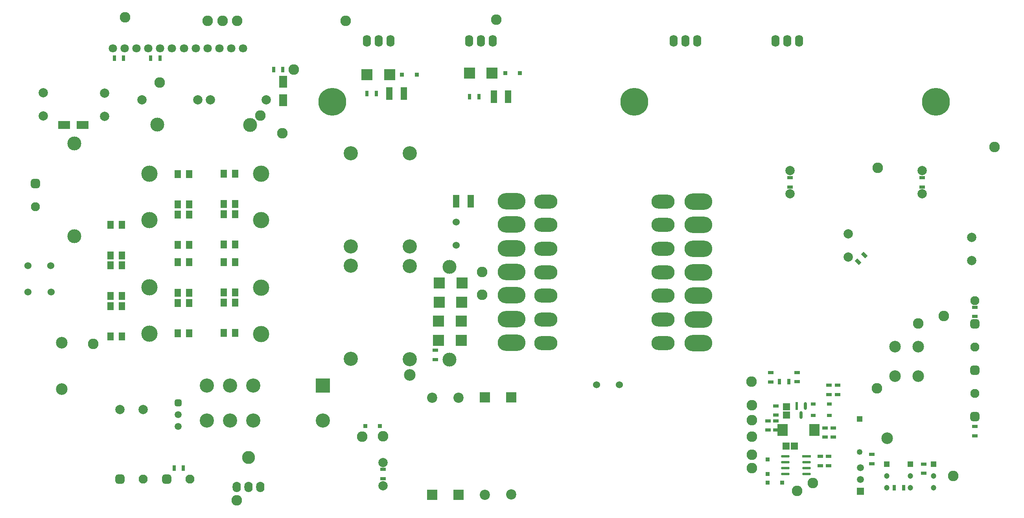
<source format=gbr>
%TF.GenerationSoftware,Altium Limited,Altium Designer,24.3.1 (35)*%
G04 Layer_Color=255*
%FSLAX43Y43*%
%MOMM*%
%TF.SameCoordinates,76E1361F-AA3B-45A8-A24B-41510BF92E79*%
%TF.FilePolarity,Positive*%
%TF.FileFunction,Pads,Bot*%
%TF.Part,Single*%
G01*
G75*
%TA.AperFunction,ComponentPad*%
%ADD28C,3.048*%
%ADD29C,2.000*%
%ADD30C,2.500*%
%ADD31R,3.048X3.048*%
%ADD32C,1.524*%
%ADD33C,3.000*%
%ADD34C,2.286*%
%ADD35C,3.500*%
%ADD36O,1.750X2.540*%
%ADD37C,2.200*%
%ADD38R,2.200X2.200*%
%ADD39O,5.000X3.000*%
%ADD40C,6.000*%
%ADD41C,1.950*%
G04:AMPARAMS|DCode=42|XSize=1.95mm|YSize=1.95mm|CornerRadius=0.488mm|HoleSize=0mm|Usage=FLASHONLY|Rotation=0.000|XOffset=0mm|YOffset=0mm|HoleType=Round|Shape=RoundedRectangle|*
%AMROUNDEDRECTD42*
21,1,1.950,0.975,0,0,0.0*
21,1,0.975,1.950,0,0,0.0*
1,1,0.975,0.488,-0.488*
1,1,0.975,-0.488,-0.488*
1,1,0.975,-0.488,0.488*
1,1,0.975,0.488,0.488*
%
%ADD42ROUNDEDRECTD42*%
%ADD43O,6.000X3.500*%
G04:AMPARAMS|DCode=44|XSize=1.95mm|YSize=1.95mm|CornerRadius=0.488mm|HoleSize=0mm|Usage=FLASHONLY|Rotation=90.000|XOffset=0mm|YOffset=0mm|HoleType=Round|Shape=RoundedRectangle|*
%AMROUNDEDRECTD44*
21,1,1.950,0.975,0,0,90.0*
21,1,0.975,1.950,0,0,90.0*
1,1,0.975,0.488,0.488*
1,1,0.975,0.488,-0.488*
1,1,0.975,-0.488,-0.488*
1,1,0.975,-0.488,0.488*
%
%ADD44ROUNDEDRECTD44*%
%ADD45O,1.778X2.286*%
%ADD46C,2.794*%
%ADD47C,1.800*%
%ADD48C,1.500*%
G04:AMPARAMS|DCode=49|XSize=1.5mm|YSize=1.5mm|CornerRadius=0.375mm|HoleSize=0mm|Usage=FLASHONLY|Rotation=90.000|XOffset=0mm|YOffset=0mm|HoleType=Round|Shape=RoundedRectangle|*
%AMROUNDEDRECTD49*
21,1,1.500,0.750,0,0,90.0*
21,1,0.750,1.500,0,0,90.0*
1,1,0.750,0.375,0.375*
1,1,0.750,0.375,-0.375*
1,1,0.750,-0.375,-0.375*
1,1,0.750,-0.375,0.375*
%
%ADD49ROUNDEDRECTD49*%
%ADD50R,1.500X1.500*%
%ADD51R,1.200X1.200*%
%ADD52C,1.200*%
%ADD53C,1.250*%
%ADD54R,1.250X1.250*%
%TA.AperFunction,SMDPad,CuDef*%
%ADD56R,1.450X1.800*%
%ADD57R,1.250X0.800*%
%ADD58R,0.800X1.250*%
%ADD59R,2.200X2.500*%
G04:AMPARAMS|DCode=60|XSize=0.8mm|YSize=1.25mm|CornerRadius=0mm|HoleSize=0mm|Usage=FLASHONLY|Rotation=225.000|XOffset=0mm|YOffset=0mm|HoleType=Round|Shape=Rectangle|*
%AMROTATEDRECTD60*
4,1,4,-0.159,0.725,0.725,-0.159,0.159,-0.725,-0.725,0.159,-0.159,0.725,0.0*
%
%ADD60ROTATEDRECTD60*%

%ADD61R,1.405X2.806*%
%ADD62R,2.400X2.400*%
%ADD63R,0.900X0.950*%
%ADD64R,2.500X1.700*%
%ADD65R,1.700X2.500*%
%ADD66R,0.950X0.900*%
%ADD67R,0.627X1.659*%
G04:AMPARAMS|DCode=68|XSize=1.659mm|YSize=0.627mm|CornerRadius=0.313mm|HoleSize=0mm|Usage=FLASHONLY|Rotation=270.000|XOffset=0mm|YOffset=0mm|HoleType=Round|Shape=RoundedRectangle|*
%AMROUNDEDRECTD68*
21,1,1.659,0.000,0,0,270.0*
21,1,1.032,0.627,0,0,270.0*
1,1,0.627,0.000,-0.516*
1,1,0.627,0.000,0.516*
1,1,0.627,0.000,0.516*
1,1,0.627,0.000,-0.516*
%
%ADD68ROUNDEDRECTD68*%
%ADD69R,1.556X1.505*%
G04:AMPARAMS|DCode=70|XSize=1.874mm|YSize=0.543mm|CornerRadius=0.272mm|HoleSize=0mm|Usage=FLASHONLY|Rotation=180.000|XOffset=0mm|YOffset=0mm|HoleType=Round|Shape=RoundedRectangle|*
%AMROUNDEDRECTD70*
21,1,1.874,0.000,0,0,180.0*
21,1,1.331,0.543,0,0,180.0*
1,1,0.543,-0.665,0.000*
1,1,0.543,0.665,0.000*
1,1,0.543,0.665,0.000*
1,1,0.543,-0.665,0.000*
%
%ADD70ROUNDEDRECTD70*%
%ADD71R,1.874X0.543*%
%ADD72R,1.000X0.700*%
%ADD73R,1.505X1.556*%
D28*
X74000Y56617D02*
D03*
Y76683D02*
D03*
X67975Y19150D02*
D03*
X52975Y26650D02*
D03*
X47975D02*
D03*
X42975D02*
D03*
Y19150D02*
D03*
X47975D02*
D03*
X52975D02*
D03*
X86667Y56617D02*
D03*
Y76683D02*
D03*
X74000Y52466D02*
D03*
Y32400D02*
D03*
X86725Y32296D02*
D03*
Y52362D02*
D03*
D29*
X80925Y5050D02*
D03*
Y10050D02*
D03*
X181125Y59350D02*
D03*
Y54350D02*
D03*
X168550Y73000D02*
D03*
Y68000D02*
D03*
X24275Y21475D02*
D03*
X29275D02*
D03*
X207700Y53550D02*
D03*
Y58550D02*
D03*
X197025Y68000D02*
D03*
Y73000D02*
D03*
X20975Y89650D02*
D03*
Y84650D02*
D03*
X7775Y84775D02*
D03*
Y89775D02*
D03*
X29041Y88250D02*
D03*
X41041D02*
D03*
X43791D02*
D03*
X55791D02*
D03*
D30*
X11725Y25925D02*
D03*
Y35925D02*
D03*
X86700Y28925D02*
D03*
X189439Y15350D02*
D03*
X196150Y28698D02*
D03*
X191150D02*
D03*
Y35048D02*
D03*
X196150D02*
D03*
D31*
X67975Y26650D02*
D03*
D32*
X4475Y52474D02*
D03*
X9425D02*
D03*
X4497Y46825D02*
D03*
X9447D02*
D03*
X96700Y56900D02*
D03*
Y61850D02*
D03*
X126900Y26800D02*
D03*
X131850D02*
D03*
D33*
X14500Y78800D02*
D03*
X14450Y58825D02*
D03*
X95257Y52209D02*
D03*
X95207Y32234D02*
D03*
X32350Y82875D02*
D03*
X52325Y82825D02*
D03*
D34*
X49500Y105200D02*
D03*
X187450Y73575D02*
D03*
X76425Y15625D02*
D03*
X212550Y78076D02*
D03*
X201675Y41625D02*
D03*
X49425Y1925D02*
D03*
X72875Y105250D02*
D03*
X32875Y91950D02*
D03*
X54517Y84801D02*
D03*
X18550Y35650D02*
D03*
X61700Y94700D02*
D03*
X59291Y81025D02*
D03*
X43200Y105200D02*
D03*
X173450Y5660D02*
D03*
X80925Y15725D02*
D03*
X25350Y105950D02*
D03*
X46347Y105200D02*
D03*
X102275Y46175D02*
D03*
X102225Y51125D02*
D03*
X160307Y22451D02*
D03*
Y8884D02*
D03*
X187275Y26100D02*
D03*
X105300Y105500D02*
D03*
X170093Y3926D02*
D03*
X160307Y11749D02*
D03*
X196150Y40000D02*
D03*
X160250Y27474D02*
D03*
X160307Y19176D02*
D03*
Y15688D02*
D03*
X203705Y7188D02*
D03*
D35*
X54700Y72300D02*
D03*
Y62300D02*
D03*
X30650Y37850D02*
D03*
Y47850D02*
D03*
Y62300D02*
D03*
Y72300D02*
D03*
X54700Y47725D02*
D03*
Y37725D02*
D03*
D36*
X165460Y100900D02*
D03*
X168000D02*
D03*
X170540D02*
D03*
X143460D02*
D03*
X146000D02*
D03*
X148540D02*
D03*
X99460D02*
D03*
X102000D02*
D03*
X104540D02*
D03*
X77460D02*
D03*
X80000D02*
D03*
X82540D02*
D03*
D37*
X102850Y3155D02*
D03*
X108550Y3180D02*
D03*
X91536Y24070D02*
D03*
X97186D02*
D03*
D38*
X102850Y24095D02*
D03*
X108550Y24120D02*
D03*
X91536Y3130D02*
D03*
X97186D02*
D03*
D39*
X141214Y66238D02*
D03*
Y40838D02*
D03*
Y46004D02*
D03*
Y50998D02*
D03*
Y56078D02*
D03*
Y61244D02*
D03*
X115941Y35758D02*
D03*
Y40838D02*
D03*
Y46004D02*
D03*
Y50998D02*
D03*
Y56078D02*
D03*
Y61244D02*
D03*
Y66238D02*
D03*
X141214Y35758D02*
D03*
D40*
X200000Y87800D02*
D03*
X70000D02*
D03*
X135000D02*
D03*
D41*
X39350Y6500D02*
D03*
X208350Y44950D02*
D03*
X29300Y6500D02*
D03*
X6075Y65200D02*
D03*
X208350Y25000D02*
D03*
Y34975D02*
D03*
D42*
X34350Y6500D02*
D03*
X24300D02*
D03*
D43*
X148834Y40838D02*
D03*
Y46004D02*
D03*
Y50998D02*
D03*
Y56078D02*
D03*
Y61244D02*
D03*
Y66238D02*
D03*
Y35758D02*
D03*
X108575Y40965D02*
D03*
Y46131D02*
D03*
Y51125D02*
D03*
Y56205D02*
D03*
Y61371D02*
D03*
Y66365D02*
D03*
Y35885D02*
D03*
D44*
X208350Y39950D02*
D03*
X6075Y70200D02*
D03*
X208350Y20000D02*
D03*
Y29975D02*
D03*
D45*
X49460Y4775D02*
D03*
X52000D02*
D03*
X54540D02*
D03*
D46*
X52000Y11125D02*
D03*
D47*
X40631Y99275D02*
D03*
X50791D02*
D03*
X30381D02*
D03*
X32921D02*
D03*
X35461D02*
D03*
X38091D02*
D03*
X25301D02*
D03*
X43171D02*
D03*
X45711D02*
D03*
X48251D02*
D03*
X22761D02*
D03*
X27841D02*
D03*
D48*
X36850Y17835D02*
D03*
Y20375D02*
D03*
X183700Y8965D02*
D03*
Y6425D02*
D03*
D49*
X36850Y22915D02*
D03*
D50*
X183700Y3885D02*
D03*
D51*
X194467Y9740D02*
D03*
X199482D02*
D03*
X189427D02*
D03*
D52*
X194467Y7200D02*
D03*
Y4660D02*
D03*
X199482Y7200D02*
D03*
Y4660D02*
D03*
X189427Y7200D02*
D03*
Y4660D02*
D03*
D53*
X183575Y12375D02*
D03*
D54*
Y19475D02*
D03*
D56*
X39151Y72200D02*
D03*
Y65650D02*
D03*
X36701Y72200D02*
D03*
Y65650D02*
D03*
X24675Y43800D02*
D03*
Y37250D02*
D03*
X22225Y43800D02*
D03*
Y37250D02*
D03*
X46650Y57025D02*
D03*
Y63575D02*
D03*
X49100Y57025D02*
D03*
Y63575D02*
D03*
X46656Y65775D02*
D03*
Y72325D02*
D03*
X49106Y65775D02*
D03*
Y72325D02*
D03*
X49106Y53275D02*
D03*
Y46725D02*
D03*
X46656Y53275D02*
D03*
Y46725D02*
D03*
X46650Y37975D02*
D03*
Y44525D02*
D03*
X49100Y37975D02*
D03*
Y44525D02*
D03*
X39150Y53200D02*
D03*
Y46650D02*
D03*
X36700Y53200D02*
D03*
Y46650D02*
D03*
X39150Y44425D02*
D03*
Y37875D02*
D03*
X36700Y44425D02*
D03*
Y37875D02*
D03*
X39150Y63475D02*
D03*
Y56925D02*
D03*
X36700Y63475D02*
D03*
Y56925D02*
D03*
X24675Y61250D02*
D03*
Y54700D02*
D03*
X22225Y61250D02*
D03*
Y54700D02*
D03*
X22225Y45975D02*
D03*
Y52525D02*
D03*
X24675Y45975D02*
D03*
Y52525D02*
D03*
D57*
X186200Y9800D02*
D03*
Y11800D02*
D03*
X178844Y24749D02*
D03*
Y26749D02*
D03*
X170061Y29474D02*
D03*
Y27474D02*
D03*
X168550Y69425D02*
D03*
Y71425D02*
D03*
X208350Y43525D02*
D03*
Y41525D02*
D03*
X197025Y69425D02*
D03*
Y71425D02*
D03*
X92225Y32250D02*
D03*
Y34250D02*
D03*
X80925Y8600D02*
D03*
Y6600D02*
D03*
X164437Y29450D02*
D03*
Y27450D02*
D03*
X175110Y11408D02*
D03*
Y9408D02*
D03*
X176859Y11408D02*
D03*
Y9408D02*
D03*
X177832Y15527D02*
D03*
Y17527D02*
D03*
X176105Y15526D02*
D03*
Y17526D02*
D03*
X176912Y26749D02*
D03*
Y24749D02*
D03*
X208314Y17825D02*
D03*
Y15825D02*
D03*
X165551Y19051D02*
D03*
Y17051D02*
D03*
X163788Y19051D02*
D03*
Y17051D02*
D03*
X165551Y20276D02*
D03*
Y22276D02*
D03*
X197350Y9750D02*
D03*
Y7750D02*
D03*
D58*
X192992Y4635D02*
D03*
X190992D02*
D03*
X37950Y8900D02*
D03*
X35950D02*
D03*
X30925Y97225D02*
D03*
X32925D02*
D03*
X25075Y97150D02*
D03*
X23075D02*
D03*
X57375Y94700D02*
D03*
X59375D02*
D03*
X77475Y89575D02*
D03*
X79475D02*
D03*
X99575Y88925D02*
D03*
X101575D02*
D03*
X168287Y27500D02*
D03*
X166287D02*
D03*
D59*
X173837Y17051D02*
D03*
X166937D02*
D03*
D60*
X183168Y53343D02*
D03*
X184582Y54757D02*
D03*
D61*
X96699Y66365D02*
D03*
X85401Y89575D02*
D03*
X82299D02*
D03*
X107876Y88875D02*
D03*
X104774D02*
D03*
X99801Y66365D02*
D03*
D62*
X77469Y93650D02*
D03*
X82350D02*
D03*
X93025Y48725D02*
D03*
X97906D02*
D03*
X92875Y36400D02*
D03*
X97756D02*
D03*
X97900Y44575D02*
D03*
X93019D02*
D03*
X104400Y93925D02*
D03*
X99519D02*
D03*
X92894Y40500D02*
D03*
X97775D02*
D03*
D63*
X80275Y17925D02*
D03*
X77125Y17925D02*
D03*
X163751Y5721D02*
D03*
X166901Y5721D02*
D03*
X88175Y93651D02*
D03*
X85025Y93651D02*
D03*
X110400Y94000D02*
D03*
X107250Y94000D02*
D03*
D64*
X12241Y82754D02*
D03*
X16241D02*
D03*
D65*
X59391Y92126D02*
D03*
Y88126D02*
D03*
D66*
X163747Y10715D02*
D03*
X163747Y7565D02*
D03*
D67*
X170022Y22227D02*
D03*
D68*
X171852D02*
D03*
X170937Y20274D02*
D03*
D69*
X167782Y20300D02*
D03*
Y22101D02*
D03*
D70*
X167521Y11381D02*
D03*
Y10111D02*
D03*
Y8841D02*
D03*
Y7571D02*
D03*
X172154D02*
D03*
Y8841D02*
D03*
Y10111D02*
D03*
D71*
Y11381D02*
D03*
D72*
X173562Y22676D02*
D03*
X177062D02*
D03*
Y20226D02*
D03*
X173562D02*
D03*
D73*
X169513Y13576D02*
D03*
X167712D02*
D03*
%TF.MD5,8b3696ff13cf644eaa4626f0e0009937*%
M02*

</source>
